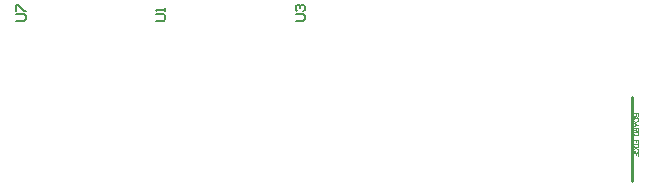
<source format=gm1>
G04*
G04 #@! TF.GenerationSoftware,Altium Limited,Altium Designer,19.1.8 (144)*
G04*
G04 Layer_Color=16711935*
%FSLAX25Y25*%
%MOIN*%
G70*
G01*
G75*
%ADD11C,0.01000*%
%ADD127C,0.00309*%
%ADD128C,0.00591*%
D11*
X493555Y-149233D02*
Y-121359D01*
D127*
X495653Y-126705D02*
X494013D01*
X495653D02*
Y-127408D01*
X495575Y-127642D01*
X495497Y-127720D01*
X495341Y-127798D01*
X495185D01*
X495028Y-127720D01*
X494950Y-127642D01*
X494872Y-127408D01*
Y-126705D02*
Y-127408D01*
X494794Y-127642D01*
X494716Y-127720D01*
X494560Y-127798D01*
X494325D01*
X494169Y-127720D01*
X494091Y-127642D01*
X494013Y-127408D01*
Y-126705D01*
X495653Y-128634D02*
X495575Y-128478D01*
X495419Y-128322D01*
X495263Y-128244D01*
X495028Y-128165D01*
X494638D01*
X494404Y-128244D01*
X494247Y-128322D01*
X494091Y-128478D01*
X494013Y-128634D01*
Y-128946D01*
X494091Y-129103D01*
X494247Y-129259D01*
X494404Y-129337D01*
X494638Y-129415D01*
X495028D01*
X495263Y-129337D01*
X495419Y-129259D01*
X495575Y-129103D01*
X495653Y-128946D01*
Y-128634D01*
X494013Y-131047D02*
X495653Y-130423D01*
X494013Y-129798D01*
X494560Y-130032D02*
Y-130813D01*
X495653Y-131430D02*
X494013D01*
X495653D02*
Y-132133D01*
X495575Y-132367D01*
X495497Y-132446D01*
X495341Y-132524D01*
X495185D01*
X495028Y-132446D01*
X494950Y-132367D01*
X494872Y-132133D01*
Y-131430D01*
Y-131977D02*
X494013Y-132524D01*
X495653Y-132891D02*
X494013D01*
X495653D02*
Y-133437D01*
X495575Y-133672D01*
X495419Y-133828D01*
X495263Y-133906D01*
X495028Y-133984D01*
X494638D01*
X494404Y-133906D01*
X494247Y-133828D01*
X494091Y-133672D01*
X494013Y-133437D01*
Y-132891D01*
X495653Y-136655D02*
Y-135640D01*
X494013D01*
Y-136655D01*
X494872Y-135640D02*
Y-136265D01*
X495653Y-136929D02*
X494013D01*
X495653D02*
Y-137475D01*
X495575Y-137710D01*
X495419Y-137866D01*
X495263Y-137944D01*
X495028Y-138022D01*
X494638D01*
X494404Y-137944D01*
X494247Y-137866D01*
X494091Y-137710D01*
X494013Y-137475D01*
Y-136929D01*
X495263Y-139561D02*
X495419Y-139482D01*
X495575Y-139326D01*
X495653Y-139170D01*
Y-138858D01*
X495575Y-138701D01*
X495419Y-138545D01*
X495263Y-138467D01*
X495028Y-138389D01*
X494638D01*
X494404Y-138467D01*
X494247Y-138545D01*
X494091Y-138701D01*
X494013Y-138858D01*
Y-139170D01*
X494091Y-139326D01*
X494247Y-139482D01*
X494404Y-139561D01*
X494638D01*
Y-139170D02*
Y-139561D01*
X495653Y-140951D02*
Y-139936D01*
X494013D01*
Y-140951D01*
X494872Y-139936D02*
Y-140560D01*
D128*
X381422Y-95764D02*
X384046D01*
X384571Y-95239D01*
Y-94190D01*
X384046Y-93665D01*
X381422D01*
X381947Y-92615D02*
X381422Y-92090D01*
Y-91041D01*
X381947Y-90516D01*
X382472D01*
X382997Y-91041D01*
Y-91566D01*
Y-91041D01*
X383521Y-90516D01*
X384046D01*
X384571Y-91041D01*
Y-92090D01*
X384046Y-92615D01*
X288396Y-95764D02*
X291019D01*
X291544Y-95239D01*
Y-94190D01*
X291019Y-93665D01*
X288396D01*
Y-92615D02*
Y-90516D01*
X288920D01*
X291019Y-92615D01*
X291544D01*
X334871Y-95764D02*
X337494D01*
X338019Y-95239D01*
Y-94190D01*
X337494Y-93665D01*
X334871D01*
X338019Y-92615D02*
Y-91566D01*
Y-92090D01*
X334871D01*
X335396Y-92615D01*
M02*

</source>
